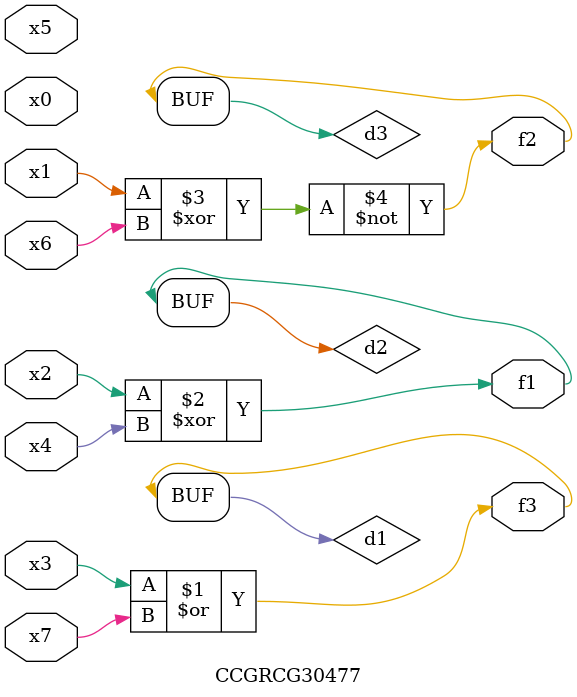
<source format=v>
module CCGRCG30477(
	input x0, x1, x2, x3, x4, x5, x6, x7,
	output f1, f2, f3
);

	wire d1, d2, d3;

	or (d1, x3, x7);
	xor (d2, x2, x4);
	xnor (d3, x1, x6);
	assign f1 = d2;
	assign f2 = d3;
	assign f3 = d1;
endmodule

</source>
